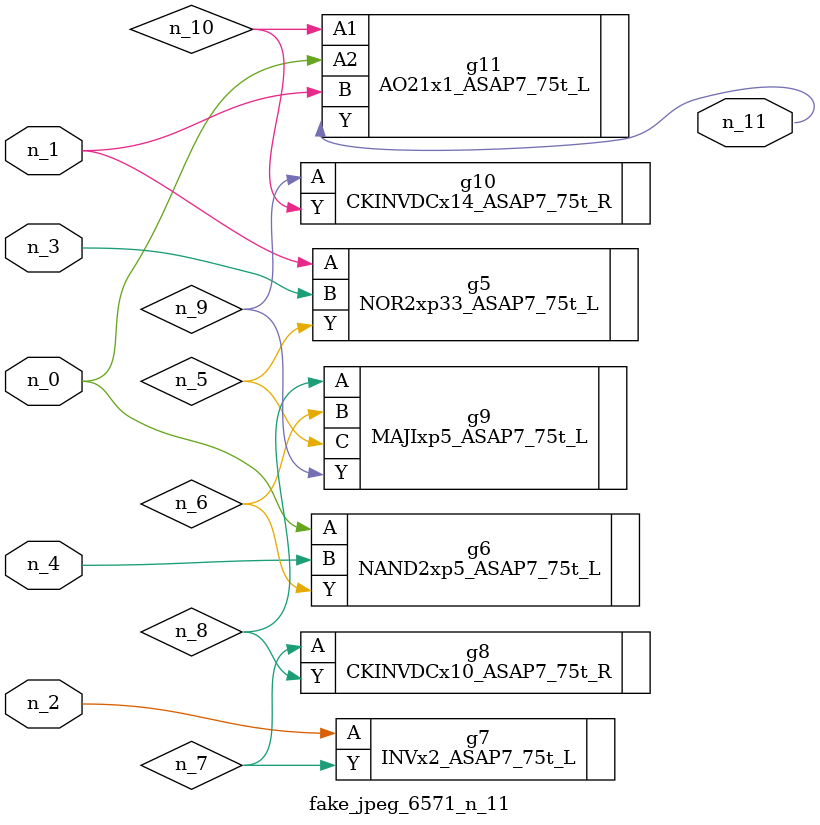
<source format=v>
module fake_jpeg_6571_n_11 (n_3, n_2, n_1, n_0, n_4, n_11);

input n_3;
input n_2;
input n_1;
input n_0;
input n_4;

output n_11;

wire n_10;
wire n_8;
wire n_9;
wire n_6;
wire n_5;
wire n_7;

NOR2xp33_ASAP7_75t_L g5 ( 
.A(n_1),
.B(n_3),
.Y(n_5)
);

NAND2xp5_ASAP7_75t_L g6 ( 
.A(n_0),
.B(n_4),
.Y(n_6)
);

INVx2_ASAP7_75t_L g7 ( 
.A(n_2),
.Y(n_7)
);

CKINVDCx10_ASAP7_75t_R g8 ( 
.A(n_7),
.Y(n_8)
);

MAJIxp5_ASAP7_75t_L g9 ( 
.A(n_8),
.B(n_6),
.C(n_5),
.Y(n_9)
);

CKINVDCx14_ASAP7_75t_R g10 ( 
.A(n_9),
.Y(n_10)
);

AO21x1_ASAP7_75t_L g11 ( 
.A1(n_10),
.A2(n_0),
.B(n_1),
.Y(n_11)
);


endmodule
</source>
